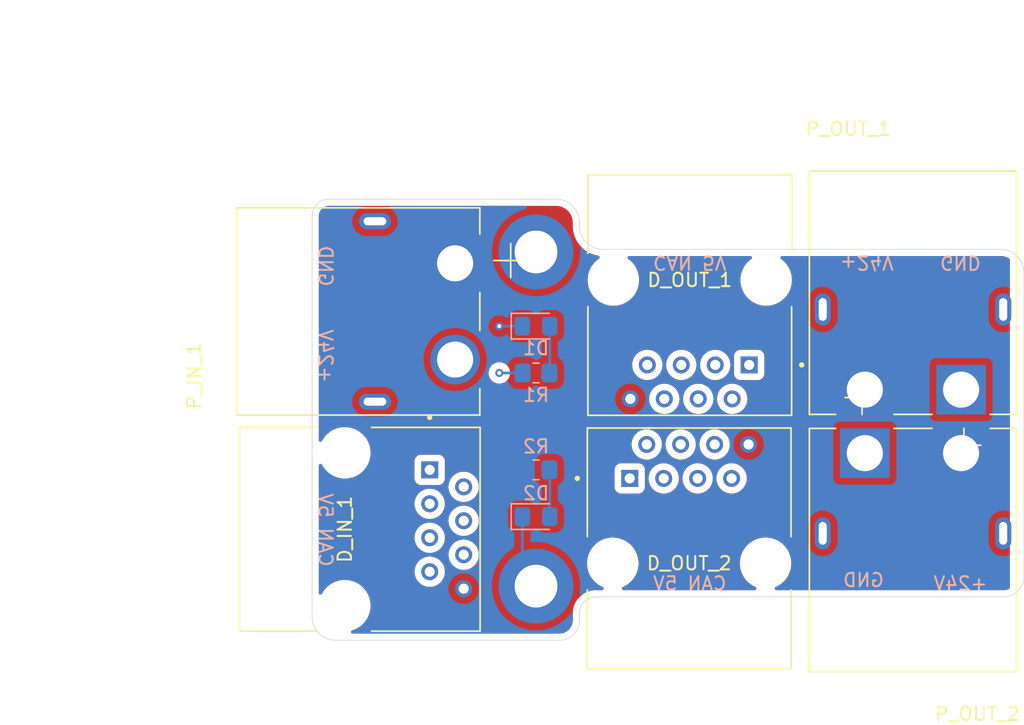
<source format=kicad_pcb>
(kicad_pcb (version 20240108) (generator "pcbnew") (generator_version "8.0")
  (layers (0 "F.Cu" signal) (1 "In1.Cu" signal) (2 "In2.Cu" signal) (31 "B.Cu" signal) (34 "B.Paste" user) (35 "F.Paste" user) (36 "B.SilkS" user "B.Silkscreen") (37 "F.SilkS" user "F.Silkscreen") (38 "B.Mask" user) (39 "F.Mask" user) (44 "Edge.Cuts" user))
  (net 0 "")
  (net 1 "GND")
  (net 2 "Net-(D1-A)")
  (net 3 "Net-(D2-A)")
  (net 7 "CANL")
  (net 9 "+5V")
  (net 10 "CANH")
  (net 19 "+24V")
  (footprint "MountingHole:MountingHole_3.2mm_M3_DIN965_Pad_TopBottom" (layer "F.Cu") (at 55.395 58.095)
    (property "Reference" "H2" (hide yes))
    (property "Value" "MountingHole_Pad")
    (pad "1" thru_hole circle (at 0 0) (size 3.6 3.6) (drill 3.2) (layers "*.Cu" "*.Mask") (net 1 "GND"))
    (pad "1" connect circle (at 0 0) (size 5.6 5.6) (layers "F.Cu" "F.Mask") (net 1 "GND"))
    (pad "1" connect circle (at 0 0) (size 5.6 5.6) (layers "B.Cu" "B.Mask") (net 1 "GND"))
  )
  (footprint "54601-908WPLF:AMPHENOL_54601-908WPLF" (layer "F.Cu") (at 41.0925 53.84 -90)
    (property "Reference" "D_IN_1" (at 0 0 90) (layer "F.SilkS"))
    (property "Value" "RJ45")
    (fp_line (start -7.62 7.88) (end 7.62 7.88) (stroke (width 0.127)) (layer "F.SilkS"))
    (fp_line (start -7.62 7.88) (end -7.62 1.995) (stroke (width 0.127)) (layer "F.SilkS"))
    (fp_line (start 7.62 7.88) (end 7.62 1.995) (stroke (width 0.127)) (layer "F.SilkS"))
    (fp_line (start 7.62 -1.995) (end 7.62 -10.12) (stroke (width 0.127)) (layer "F.SilkS"))
    (fp_line (start -7.62 -10.12) (end -7.62 -1.995) (stroke (width 0.127)) (layer "F.SilkS"))
    (fp_line (start 7.62 -10.12) (end -7.62 -10.12) (stroke (width 0.127)) (layer "F.SilkS"))
    (fp_circle (center -8.37 -6.35) (end -8.27 -6.35) (stroke (width 0.2)) (fill none) (layer "F.SilkS"))
    (pad "" np_thru_hole circle (at -5.716 0 270) (size 3.35 3.35) (drill 3.35) (layers "*.Cu" "*.Mask"))
    (pad "" np_thru_hole circle (at 5.716 0 270) (size 3.35 3.35) (drill 3.35) (layers "*.Cu" "*.Mask"))
    (pad "1" thru_hole rect (at -4.445 -6.35 270) (size 1.268 1.268) (drill 0.76) (layers "*.Cu" "*.Mask") (net 10 "CANH"))
    (pad "2" thru_hole circle (at -3.175 -8.89 270) (size 1.268 1.268) (drill 0.76) (layers "*.Cu" "*.Mask") (net 7 "CANL"))
    (pad "3" thru_hole circle (at -1.905 -6.35 270) (size 1.268 1.268) (drill 0.76) (layers "*.Cu" "*.Mask"))
    (pad "4" thru_hole circle (at -0.635 -8.89 270) (size 1.268 1.268) (drill 0.76) (layers "*.Cu" "*.Mask"))
    (pad "5" thru_hole circle (at 0.635 -6.35 270) (size 1.268 1.268) (drill 0.76) (layers "*.Cu" "*.Mask"))
    (pad "6" thru_hole circle (at 1.905 -8.89 270) (size 1.268 1.268) (drill 0.76) (layers "*.Cu" "*.Mask"))
    (pad "7" thru_hole circle (at 3.175 -6.35 270) (size 1.268 1.268) (drill 0.76) (layers "*.Cu" "*.Mask") (net 9 "+5V"))
    (pad "8" thru_hole circle (at 4.445 -8.89 270) (size 1.268 1.268) (drill 0.76) (layers "*.Cu" "*.Mask") (net 1 "GND"))
  )
  (footprint "54601-908WPLF:AMPHENOL_54601-908WPLF" (layer "F.Cu") (at 66.8975 35.195 180)
    (property "Reference" "D_OUT_1" (at 0 0 180) (layer "F.SilkS"))
    (property "Value" "RJ45")
    (fp_line (start 7.62 7.88) (end 7.62 1.995) (stroke (width 0.127)) (layer "F.SilkS"))
    (fp_line (start 7.62 -1.995) (end 7.62 -10.12) (stroke (width 0.127)) (layer "F.SilkS"))
    (fp_line (start 7.62 -10.12) (end -7.62 -10.12) (stroke (width 0.127)) (layer "F.SilkS"))
    (fp_line (start -7.62 7.88) (end 7.62 7.88) (stroke (width 0.127)) (layer "F.SilkS"))
    (fp_line (start -7.62 7.88) (end -7.62 1.995) (stroke (width 0.127)) (layer "F.SilkS"))
    (fp_line (start -7.62 -10.12) (end -7.62 -1.995) (stroke (width 0.127)) (layer "F.SilkS"))
    (fp_circle (center -8.37 -6.35) (end -8.27 -6.35) (stroke (width 0.2)) (fill none) (layer "F.SilkS"))
    (pad "" np_thru_hole circle (at -5.716 0 180) (size 3.35 3.35) (drill 3.35) (layers "*.Cu" "*.Mask"))
    (pad "" np_thru_hole circle (at 5.716 0 180) (size 3.35 3.35) (drill 3.35) (layers "*.Cu" "*.Mask"))
    (pad "1" thru_hole rect (at -4.445 -6.35 180) (size 1.268 1.268) (drill 0.76) (layers "*.Cu" "*.Mask") (net 10 "CANH"))
    (pad "2" thru_hole circle (at -3.175 -8.89 180) (size 1.268 1.268) (drill 0.76) (layers "*.Cu" "*.Mask") (net 7 "CANL"))
    (pad "3" thru_hole circle (at -1.905 -6.35 180) (size 1.268 1.268) (drill 0.76) (layers "*.Cu" "*.Mask"))
    (pad "4" thru_hole circle (at -0.635 -8.89 180) (size 1.268 1.268) (drill 0.76) (layers "*.Cu" "*.Mask"))
    (pad "5" thru_hole circle (at 0.635 -6.35 180) (size 1.268 1.268) (drill 0.76) (layers "*.Cu" "*.Mask"))
    (pad "6" thru_hole circle (at 1.905 -8.89 180) (size 1.268 1.268) (drill 0.76) (layers "*.Cu" "*.Mask"))
    (pad "7" thru_hole circle (at 3.175 -6.35 180) (size 1.268 1.268) (drill 0.76) (layers "*.Cu" "*.Mask") (net 9 "+5V"))
    (pad "8" thru_hole circle (at 4.445 -8.89 180) (size 1.268 1.268) (drill 0.76) (layers "*.Cu" "*.Mask") (net 1 "GND"))
  )
  (footprint "MountingHole:MountingHole_3.2mm_M3_DIN965_Pad_TopBottom" (layer "F.Cu") (at 55.395 33.095)
    (property "Reference" "H1" (hide yes))
    (property "Value" "MountingHole_Pad")
    (pad "1" thru_hole circle (at 0 0) (size 3.6 3.6) (drill 3.2) (layers "*.Cu" "*.Mask") (net 1 "GND"))
    (pad "1" connect circle (at 0 0) (size 5.6 5.6) (layers "F.Cu" "F.Mask") (net 1 "GND"))
    (pad "1" connect circle (at 0 0) (size 5.6 5.6) (layers "B.Cu" "B.Mask") (net 1 "GND"))
  )
  (footprint "54601-908WPLF:AMPHENOL_54601-908WPLF" (layer "F.Cu") (at 66.8525 56.385)
    (property "Reference" "D_OUT_2" (at 0 0 0) (layer "F.SilkS"))
    (property "Value" "RJ45")
    (fp_line (start -7.62 -10.12) (end -7.62 -1.995) (stroke (width 0.127)) (layer "F.SilkS"))
    (fp_line (start -7.62 7.88) (end -7.62 1.995) (stroke (width 0.127)) (layer "F.SilkS"))
    (fp_line (start -7.62 7.88) (end 7.62 7.88) (stroke (width 0.127)) (layer "F.SilkS"))
    (fp_line (start 7.62 -10.12) (end -7.62 -10.12) (stroke (width 0.127)) (layer "F.SilkS"))
    (fp_line (start 7.62 -1.995) (end 7.62 -10.12) (stroke (width 0.127)) (layer "F.SilkS"))
    (fp_line (start 7.62 7.88) (end 7.62 1.995) (stroke (width 0.127)) (layer "F.SilkS"))
    (fp_circle (center -8.37 -6.35) (end -8.27 -6.35) (stroke (width 0.2)) (fill none) (layer "F.SilkS"))
    (pad "" np_thru_hole circle (at -5.716 0) (size 3.35 3.35) (drill 3.35) (layers "*.Cu" "*.Mask"))
    (pad "" np_thru_hole circle (at 5.716 0) (size 3.35 3.35) (drill 3.35) (layers "*.Cu" "*.Mask"))
    (pad "1" thru_hole rect (at -4.445 -6.35) (size 1.268 1.268) (drill 0.76) (layers "*.Cu" "*.Mask") (net 10 "CANH"))
    (pad "2" thru_hole circle (at -3.175 -8.89) (size 1.268 1.268) (drill 0.76) (layers "*.Cu" "*.Mask") (net 7 "CANL"))
    (pad "3" thru_hole circle (at -1.905 -6.35) (size 1.268 1.268) (drill 0.76) (layers "*.Cu" "*.Mask"))
    (pad "4" thru_hole circle (at -0.635 -8.89) (size 1.268 1.268) (drill 0.76) (layers "*.Cu" "*.Mask"))
    (pad "5" thru_hole circle (at 0.635 -6.35) (size 1.268 1.268) (drill 0.76) (layers "*.Cu" "*.Mask"))
    (pad "6" thru_hole circle (at 1.905 -8.89) (size 1.268 1.268) (drill 0.76) (layers "*.Cu" "*.Mask"))
    (pad "7" thru_hole circle (at 3.175 -6.35) (size 1.268 1.268) (drill 0.76) (layers "*.Cu" "*.Mask") (net 9 "+5V"))
    (pad "8" thru_hole circle (at 4.445 -8.89) (size 1.268 1.268) (drill 0.76) (layers "*.Cu" "*.Mask") (net 1 "GND"))
  )
  (footprint "XT60PW-M:AMASS_XT60PW-M" (layer "F.Cu") (at 83.595 37.395)
    (property "Reference" "P_OUT_1" (at -4.8236 -13.51498 0) (layer "F.SilkS") (effects (font (size 1.000441 1.000441))))
    (property "Value" "XT60PW-M")
    (fp_line (start -7.75 -10.35) (end -7.75 7.85) (stroke (width 0.127)) (layer "F.SilkS"))
    (fp_line (start -7.75 7.85) (end -5.778 7.85) (stroke (width 0.127)) (layer "F.SilkS"))
    (fp_line (start -1.422 7.85) (end 1.422 7.85) (stroke (width 0.127)) (layer "F.SilkS"))
    (fp_line (start 2.54 10.16) (end 3.81 10.16) (stroke (width 0.127)) (layer "F.SilkS"))
    (fp_line (start 3.81 10.16) (end 3.81 8.89) (stroke (width 0.127)) (layer "F.SilkS"))
    (fp_line (start 3.81 10.16) (end 3.81 11.43) (stroke (width 0.127)) (layer "F.SilkS"))
    (fp_line (start 5.08 10.16) (end 3.81 10.16) (stroke (width 0.127)) (layer "F.SilkS"))
    (fp_line (start 7.75 -10.35) (end -7.75 -10.35) (stroke (width 0.127)) (layer "F.SilkS"))
    (fp_line (start 7.75 7.85) (end 5.778 7.85) (stroke (width 0.127)) (layer "F.SilkS"))
    (fp_line (start 7.75 7.85) (end 7.75 -10.35) (stroke (width 0.127)) (layer "F.SilkS"))
    (pad "1" thru_hole rect (at 3.6 6) (size 3.716 3.716) (drill 2.7) (layers "*.Cu" "*.Mask") (net 1 "GND"))
    (pad "2" thru_hole oval (at -6.75 0) (size 1.2 2.4) (drill oval 0.6 1.7) (layers "*.Cu" "*.Mask") (net 1 "GND"))
    (pad "2" thru_hole circle (at -3.6 6) (size 3.716 3.716) (drill 2.7) (layers "*.Cu" "*.Mask") (net 19 "+24V"))
    (pad "2" thru_hole oval (at 6.75 0) (size 1.2 2.4) (drill oval 0.6 1.7) (layers "*.Cu" "*.Mask") (net 1 "GND"))
  )
  (footprint "XT60PW-M:AMASS_XT60PW-M" (layer "F.Cu") (at 43.3425 37.545 90)
    (property "Reference" "P_IN_1" (at -4.8236 -13.51498 90) (layer "F.SilkS") (effects (font (size 1.000441 1.000441))))
    (property "Value" "XT60PW-M")
    (fp_line (start 7.75 -10.35) (end -7.75 -10.35) (stroke (width 0.127)) (layer "F.SilkS"))
    (fp_line (start -7.75 -10.35) (end -7.75 7.85) (stroke (width 0.127)) (layer "F.SilkS"))
    (fp_line (start 7.75 7.85) (end 7.75 -10.35) (stroke (width 0.127)) (layer "F.SilkS"))
    (fp_line (start 7.75 7.85) (end 5.778 7.85) (stroke (width 0.127)) (layer "F.SilkS"))
    (fp_line (start -1.422 7.85) (end 1.422 7.85) (stroke (width 0.127)) (layer "F.SilkS"))
    (fp_line (start -7.75 7.85) (end -5.778 7.85) (stroke (width 0.127)) (layer "F.SilkS"))
    (fp_line (start 5.08 10.16) (end 3.81 10.16) (stroke (width 0.127)) (layer "F.SilkS"))
    (fp_line (start 3.81 10.16) (end 3.81 8.89) (stroke (width 0.127)) (layer "F.SilkS"))
    (fp_line (start 3.81 10.16) (end 3.81 11.43) (stroke (width 0.127)) (layer "F.SilkS"))
    (fp_line (start 2.54 10.16) (end 3.81 10.16) (stroke (width 0.127)) (layer "F.SilkS"))
    (pad "1" thru_hole rect (at 3.6 6 90) (size 3.716 3.716) (drill 2.7) (layers "*.Cu" "*.Mask") (net 19 "+24V"))
    (pad "2" thru_hole oval (at -6.75 0 90) (size 1.2 2.4) (drill oval 0.6 1.7) (layers "*.Cu" "*.Mask") (net 1 "GND"))
    (pad "2" thru_hole circle (at -3.6 6 90) (size 3.716 3.716) (drill 2.7) (layers "*.Cu" "*.Mask") (net 1 "GND"))
    (pad "2" thru_hole oval (at 6.75 0 90) (size 1.2 2.4) (drill oval 0.6 1.7) (layers "*.Cu" "*.Mask") (net 1 "GND"))
  )
  (footprint "XT60PW-M:AMASS_XT60PW-M" (layer "F.Cu") (at 83.595 54.145 180)
    (property "Reference" "P_OUT_2" (at -4.8236 -13.51498 180) (layer "F.SilkS") (effects (font (size 1.000441 1.000441))))
    (property "Value" "XT60PW-M")
    (fp_line (start 7.75 7.85) (end 7.75 -10.35) (stroke (width 0.127)) (layer "F.SilkS"))
    (fp_line (start 7.75 7.85) (end 5.778 7.85) (stroke (width 0.127)) (layer "F.SilkS"))
    (fp_line (start 7.75 -10.35) (end -7.75 -10.35) (stroke (width 0.127)) (layer "F.SilkS"))
    (fp_line (start 5.08 10.16) (end 3.81 10.16) (stroke (width 0.127)) (layer "F.SilkS"))
    (fp_line (start 3.81 10.16) (end 3.81 11.43) (stroke (width 0.127)) (layer "F.SilkS"))
    (fp_line (start 3.81 10.16) (end 3.81 8.89) (stroke (width 0.127)) (layer "F.SilkS"))
    (fp_line (start 2.54 10.16) (end 3.81 10.16) (stroke (width 0.127)) (layer "F.SilkS"))
    (fp_line (start -1.422 7.85) (end 1.422 7.85) (stroke (width 0.127)) (layer "F.SilkS"))
    (fp_line (start -7.75 7.85) (end -5.778 7.85) (stroke (width 0.127)) (layer "F.SilkS"))
    (fp_line (start -7.75 -10.35) (end -7.75 7.85) (stroke (width 0.127)) (layer "F.SilkS"))
    (pad "1" thru_hole rect (at 3.6 6 180) (size 3.716 3.716) (drill 2.7) (layers "*.Cu" "*.Mask") (net 1 "GND"))
    (pad "2" thru_hole oval (at -6.75 0 180) (size 1.2 2.4) (drill oval 0.6 1.7) (layers "*.Cu" "*.Mask") (net 1 "GND"))
    (pad "2" thru_hole circle (at -3.6 6 180) (size 3.716 3.716) (drill 2.7) (layers "*.Cu" "*.Mask") (net 19 "+24V"))
    (pad "2" thru_hole oval (at 6.75 0 180) (size 1.2 2.4) (drill oval 0.6 1.7) (layers "*.Cu" "*.Mask") (net 1 "GND"))
  )
  (footprint "Resistor_SMD:R_0805_2012Metric_Pad1.20x1.40mm_HandSolder" (layer "B.Cu") (at 55.3975 49.395)
    (property "Reference" "R2" (at 0 -1.75 0) (layer "B.SilkS") (effects (justify mirror)))
    (property "Value" "10k")
    (fp_line (start 0.227064 -0.735) (end -0.227064 -0.735) (stroke (width 0.12)) (layer "B.SilkS"))
    (fp_line (start 0.227064 0.735) (end -0.227064 0.735) (stroke (width 0.12)) (layer "B.SilkS"))
    (pad "1" smd roundrect (at -1 0) (size 1.2 1.4) (layers "B.Cu" "B.Paste" "B.Mask") (roundrect_rratio 0.208333) (net 19 "+24V"))
    (pad "2" smd roundrect (at 1 0) (size 1.2 1.4) (layers "B.Cu" "B.Paste" "B.Mask") (roundrect_rratio 0.208333) (net 3 "Net-(D2-A)"))
  )
  (footprint "LED_SMD:LED_0805_2012Metric_Pad1.15x1.40mm_HandSolder" (layer "B.Cu") (at 55.3975 52.895)
    (property "Reference" "D2" (at 0 -1.75 0) (layer "B.SilkS") (effects (justify mirror)))
    (property "Value" "B")
    (fp_line (start -1.86 -0.96) (end -1.86 0.96) (stroke (width 0.12)) (layer "B.SilkS"))
    (fp_line (start -1.86 0.96) (end 1 0.96) (stroke (width 0.12)) (layer "B.SilkS"))
    (fp_line (start 1 -0.96) (end -1.86 -0.96) (stroke (width 0.12)) (layer "B.SilkS"))
    (pad "1" smd roundrect (at -1.025 0) (size 1.15 1.4) (layers "B.Cu" "B.Paste" "B.Mask") (roundrect_rratio 0.217391) (net 1 "GND"))
    (pad "2" smd roundrect (at 1.025 0) (size 1.15 1.4) (layers "B.Cu" "B.Paste" "B.Mask") (roundrect_rratio 0.217391) (net 3 "Net-(D2-A)"))
  )
  (footprint "Resistor_SMD:R_0805_2012Metric_Pad1.20x1.40mm_HandSolder" (layer "B.Cu") (at 55.3975 42.145)
    (property "Reference" "R1" (at 0 1.65 0) (layer "B.SilkS") (effects (justify mirror)))
    (property "Value" "10k")
    (fp_line (start 0.227064 -0.735) (end -0.227064 -0.735) (stroke (width 0.12)) (layer "B.SilkS"))
    (fp_line (start 0.227064 0.735) (end -0.227064 0.735) (stroke (width 0.12)) (layer "B.SilkS"))
    (pad "1" smd roundrect (at -1 0) (size 1.2 1.4) (layers "B.Cu" "B.Paste" "B.Mask") (roundrect_rratio 0.208333) (net 9 "+5V"))
    (pad "2" smd roundrect (at 1 0) (size 1.2 1.4) (layers "B.Cu" "B.Paste" "B.Mask") (roundrect_rratio 0.208333) (net 2 "Net-(D1-A)"))
  )
  (footprint "LED_SMD:LED_0805_2012Metric_Pad1.15x1.40mm_HandSolder" (layer "B.Cu") (at 55.3975 38.645)
    (property "Reference" "D1" (at 0 1.65 0) (layer "B.SilkS") (effects (justify mirror)))
    (property "Value" "G")
    (fp_line (start -1.86 -0.96) (end -1.86 0.96) (stroke (width 0.12)) (layer "B.SilkS"))
    (fp_line (start -1.86 0.96) (end 1 0.96) (stroke (width 0.12)) (layer "B.SilkS"))
    (fp_line (start 1 -0.96) (end -1.86 -0.96) (stroke (width 0.12)) (layer "B.SilkS"))
    (pad "1" smd roundrect (at -1.025 0) (size 1.15 1.4) (layers "B.Cu" "B.Paste" "B.Mask") (roundrect_rratio 0.217391) (net 1 "GND"))
    (pad "2" smd roundrect (at 1.025 0) (size 1.15 1.4) (layers "B.Cu" "B.Paste" "B.Mask") (roundrect_rratio 0.217391) (net 2 "Net-(D1-A)"))
  )
  (gr_arc (start 40.3975 62.145) (mid 39.160063 61.632437) (end 38.6475 60.395) (stroke (width 0.05)) (layer "Edge.Cuts"))
  (gr_line (start 60.3975 32.895) (end 90.1475 32.895) (stroke (width 0.05)) (layer "Edge.Cuts"))
  (gr_arc (start 38.6475 30.395) (mid 39.013617 29.511117) (end 39.8975 29.145) (stroke (width 0.05)) (layer "Edge.Cuts"))
  (gr_line (start 91.8975 34.645) (end 91.8975 57.395) (stroke (width 0.05)) (layer "Edge.Cuts"))
  (gr_arc (start 56.8975 29.145) (mid 58.134937 29.657563) (end 58.6475 30.895) (stroke (width 0.05)) (layer "Edge.Cuts"))
  (gr_arc (start 58.6475 60.145) (mid 59.013617 59.261117) (end 59.8975 58.895) (stroke (width 0.05)) (layer "Edge.Cuts"))
  (gr_line (start 57.1475 62.145) (end 40.3975 62.145) (stroke (width 0.05)) (layer "Edge.Cuts"))
  (gr_arc (start 91.8975 57.395) (mid 91.45816 58.45566) (end 90.3975 58.895) (stroke (width 0.05)) (layer "Edge.Cuts"))
  (gr_arc (start 58.6475 60.645) (mid 58.20816 61.70566) (end 57.1475 62.145) (stroke (width 0.05)) (layer "Edge.Cuts"))
  (gr_line (start 58.6475 60.145) (end 58.6475 60.645) (stroke (width 0.05)) (layer "Edge.Cuts"))
  (gr_line (start 39.8975 29.145) (end 56.8975 29.145) (stroke (width 0.05)) (layer "Edge.Cuts"))
  (gr_arc (start 90.1475 32.895) (mid 91.384937 33.407563) (end 91.8975 34.645) (stroke (width 0.05)) (layer "Edge.Cuts"))
  (gr_line (start 38.6475 60.395) (end 38.6475 30.395) (stroke (width 0.05)) (layer "Edge.Cuts"))
  (gr_line (start 90.3975 58.895) (end 59.8975 58.895) (stroke (width 0.05)) (layer "Edge.Cuts"))
  (gr_arc (start 60.3975 32.895) (mid 59.160063 32.382437) (end 58.6475 31.145) (stroke (width 0.05)) (layer "Edge.Cuts"))
  (gr_line (start 58.6475 30.895) (end 58.6475 31.145) (stroke (width 0.05)) (layer "Edge.Cuts"))
  (gr_text "CAN 5V" (at 66.8975 57.895 0) (layer "B.SilkS") (effects (font (size 1 1)) (justify mirror)))
  (gr_text "CAN 5V" (at 66.8975 33.895 180) (layer "B.SilkS") (effects (font (size 1 1)) (justify mirror)))
  (gr_text "CAN 5V" (at 39.6475 53.895 270) (layer "B.SilkS") (effects (font (size 1 1)) (justify mirror)))
  (gr_text "+24V" (at 87.1475 57.895 0) (layer "B.SilkS") (effects (font (size 1 1)) (justify mirror)))
  (gr_text "+24V" (at 39.6475 40.895 -90) (layer "B.SilkS") (effects (font (size 1 1)) (justify mirror)))
  (gr_text "GND" (at 87.1475 33.895 180) (layer "B.SilkS") (effects (font (size 1 1)) (justify mirror)))
  (gr_text "GND" (at 79.8975 57.645 0) (layer "B.SilkS") (effects (font (size 1 1)) (justify mirror)))
  (gr_text "+24V" (at 80.1475 33.895 180) (layer "B.SilkS") (effects (font (size 1 1)) (justify mirror)))
  (gr_text "GND" (at 39.6475 34.145 -90) (layer "B.SilkS") (effects (font (size 1 1)) (justify mirror)))
  (via (at 52.6475 38.645) (size 0.6) (drill 0.3) (layers "F.Cu" "B.Cu") (net 1))
  (segment (start 54.3725 57.0725) (end 55.395 58.095) (width 0.2) (layer "B.Cu") (net 1))
  (segment (start 54.3725 52.895) (end 54.3725 57.0725) (width 0.2) (layer "B.Cu") (net 1))
  (segment (start 52.6475 38.645) (end 54.3725 38.645) (width 0.2) (layer "B.Cu") (net 1))
  (segment (start 56.4225 42.12) (end 56.3975 42.145) (width 0.2) (layer "B.Cu") (net 2))
  (segment (start 56.4225 38.645) (end 56.4225 42.12) (width 0.2) (layer "B.Cu") (net 2))
  (segment (start 56.4225 49.42) (end 56.3975 49.395) (width 0.2) (layer "B.Cu") (net 3))
  (segment (start 56.4225 52.895) (end 56.4225 49.42) (width 0.2) (layer "B.Cu") (net 3))
  (via (at 52.6475 42.145) (size 0.6) (drill 0.3) (layers "F.Cu" "B.Cu") (net 9))
  (segment (start 52.6475 42.145) (end 54.3975 42.145) (width 0.2) (layer "B.Cu") (net 9))
  (zone (net 1) (net_name "GND") (layer "F.Cu") (connect_pads yes (clearance 0.5)) (min_thickness 0.25) (fill yes (thermal_gap 0.5) (thermal_bridge_width 0.5))
    (polygon (pts (xy 38.3425 28.895) (xy 90.8425 28.895) (xy 90.8425 62.145) (xy 38.3425 62.145)))
  )
  (zone (net 19) (net_name "+24V") (layer "B.Cu") (connect_pads yes (clearance 0.5)) (min_thickness 0.25) (fill yes (thermal_gap 0.5) (thermal_bridge_width 0.5))
    (polygon (pts (xy 38.3425 28.895) (xy 90.8425 28.895) (xy 90.8425 62.145) (xy 38.3425 62.145)))
  )
)
</source>
